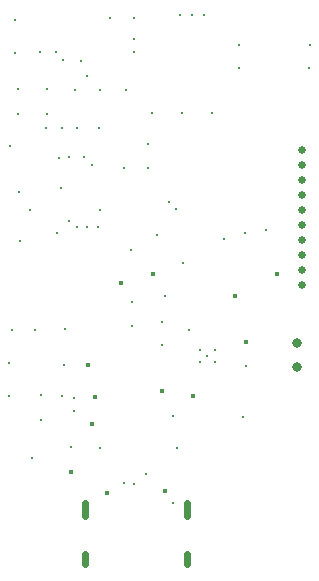
<source format=gbr>
%TF.GenerationSoftware,KiCad,Pcbnew,9.0.4*%
%TF.CreationDate,2025-09-15T16:29:14+02:00*%
%TF.ProjectId,stm32-mcu,73746d33-322d-46d6-9375-2e6b69636164,rev?*%
%TF.SameCoordinates,Original*%
%TF.FileFunction,Plated,1,6,PTH,Mixed*%
%TF.FilePolarity,Positive*%
%FSLAX46Y46*%
G04 Gerber Fmt 4.6, Leading zero omitted, Abs format (unit mm)*
G04 Created by KiCad (PCBNEW 9.0.4) date 2025-09-15 16:29:14*
%MOMM*%
%LPD*%
G01*
G04 APERTURE LIST*
%TA.AperFunction,ComponentDrill*%
%ADD10C,0.200000*%
%TD*%
%TA.AperFunction,ViaDrill*%
%ADD11C,0.300000*%
%TD*%
%TA.AperFunction,ComponentDrill*%
%ADD12C,0.300000*%
%TD*%
%TA.AperFunction,ViaDrill*%
%ADD13C,0.400000*%
%TD*%
G04 aperture for slot hole*
%TA.AperFunction,ComponentDrill*%
%ADD14C,0.600000*%
%TD*%
%TA.AperFunction,ComponentDrill*%
%ADD15C,0.650000*%
%TD*%
%TA.AperFunction,ComponentDrill*%
%ADD16C,0.800000*%
%TD*%
G04 APERTURE END LIST*
D10*
%TO.C,U2*%
X134757887Y-106176791D03*
X134757887Y-107276791D03*
%TD*%
D11*
X129286000Y-103174800D03*
X129295387Y-105990761D03*
X129323661Y-84836976D03*
X129507273Y-100380800D03*
X129794000Y-74168000D03*
X129794000Y-76911200D03*
X129997200Y-80010000D03*
X130016269Y-82117349D03*
X130098800Y-88696800D03*
X130157273Y-92893049D03*
X131015387Y-90264149D03*
X131165600Y-111201200D03*
X131470400Y-100380800D03*
X131876800Y-76860400D03*
X131953363Y-105942085D03*
X131978400Y-108000800D03*
X132384800Y-83312000D03*
X132435600Y-82092800D03*
X132486400Y-80010000D03*
X133197600Y-76860400D03*
X133286197Y-92191600D03*
X133506379Y-85810018D03*
X133694999Y-88394149D03*
X133719140Y-83301649D03*
X133757885Y-106026843D03*
X133858000Y-77571600D03*
X133908800Y-103378000D03*
X133959600Y-100330000D03*
X134349165Y-91208802D03*
X134366000Y-85750400D03*
X134518400Y-110337600D03*
X134811875Y-80096051D03*
X134987742Y-91690699D03*
X135015387Y-83261200D03*
X135382000Y-77622400D03*
X135636000Y-85750400D03*
X135832341Y-91651411D03*
X135839200Y-78892400D03*
X136265387Y-86411600D03*
X136771465Y-91726935D03*
X136906000Y-83261200D03*
X136956800Y-110388400D03*
X136965387Y-90264149D03*
X136966658Y-80055547D03*
X137790733Y-73950812D03*
X138988800Y-113385600D03*
X139007222Y-86704963D03*
X139121439Y-80047446D03*
X139608465Y-93614335D03*
X139700000Y-98044000D03*
X139700000Y-100060000D03*
X139801600Y-113436400D03*
X139842308Y-75790000D03*
X139842308Y-76871223D03*
X139865733Y-73950812D03*
X140861387Y-112560000D03*
X141020800Y-84632800D03*
X141020800Y-86715600D03*
X141376400Y-81991200D03*
X141798212Y-92367596D03*
X142240000Y-99720400D03*
X142240000Y-101701600D03*
X142494000Y-97536000D03*
X142830457Y-89594149D03*
X143154400Y-107696000D03*
X143175387Y-115029149D03*
X143380000Y-90175528D03*
X143510000Y-110388400D03*
X143705387Y-73754149D03*
X143916400Y-81991200D03*
X144018000Y-94691200D03*
X144475200Y-100431600D03*
X144755387Y-73754149D03*
X145805387Y-73754149D03*
X146054812Y-102625000D03*
X146456400Y-81991200D03*
X147472400Y-92675000D03*
X148691600Y-78181200D03*
X148742400Y-76250800D03*
X149047200Y-107746800D03*
X149255588Y-92175000D03*
X149301200Y-103479600D03*
X151034365Y-91969035D03*
X154686000Y-78181200D03*
X154705293Y-76290722D03*
D12*
%TO.C,U8*%
X145414812Y-102140000D03*
X145414812Y-103110000D03*
X146694812Y-102140000D03*
X146694812Y-103110000D03*
%TD*%
D13*
X134527221Y-112432500D03*
X135980015Y-103388956D03*
X136296400Y-108356400D03*
X136499600Y-106070400D03*
X137558812Y-114202170D03*
X138716600Y-96436600D03*
X141450000Y-95645335D03*
X142207111Y-105587933D03*
X142443200Y-113995200D03*
X144830800Y-105968800D03*
X148405000Y-97545000D03*
X149310000Y-101430000D03*
X151953865Y-95645335D03*
D14*
%TO.C,J1*%
X135655387Y-116154149D02*
X135655387Y-115054149D01*
X135655387Y-120184149D02*
X135655387Y-119384149D01*
X144295387Y-116154149D02*
X144295387Y-115054149D01*
X144295387Y-120184149D02*
X144295387Y-119384149D01*
D15*
%TO.C,J2*%
X154060387Y-85184149D03*
X154060387Y-86454149D03*
X154060387Y-87724149D03*
X154060387Y-88994149D03*
X154060387Y-90264149D03*
X154060387Y-91534149D03*
X154060387Y-92804149D03*
X154060387Y-94074149D03*
X154060387Y-95344149D03*
X154060387Y-96614149D03*
D16*
%TO.C,J3*%
X153670000Y-101505000D03*
X153670000Y-103505000D03*
M02*

</source>
